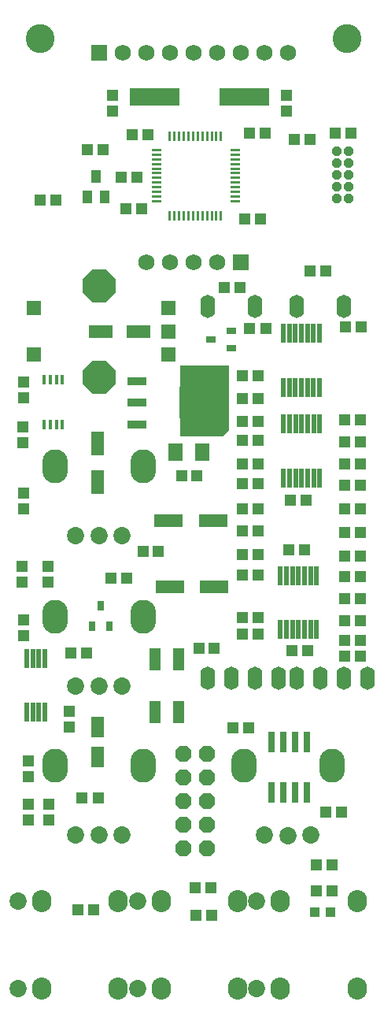
<source format=gts>
G04 DipTrace 3.2.0.1*
G04 ubraids_IIa.GTS*
%MOIN*%
G04 #@! TF.FileFunction,Soldermask,Top*
G04 #@! TF.Part,Single*
%AMOUTLINE0*
4,1,4,
0.051181,0.027559,
-0.051181,0.027559,
-0.051181,-0.027559,
0.051181,-0.027559,
0.051181,0.027559,
0*%
%AMOUTLINE1*
4,1,4,
-0.027559,0.051181,
-0.027559,-0.051181,
0.027559,-0.051181,
0.027559,0.051181,
-0.027559,0.051181,
0*%
%AMOUTLINE2*
4,1,4,
-0.027559,0.043307,
-0.027559,-0.043307,
0.027559,-0.043307,
0.027559,0.043307,
-0.027559,0.043307,
0*%
%AMOUTLINE3*
4,1,4,
-0.059055,-0.027559,
0.059055,-0.027559,
0.059055,0.027559,
-0.059055,0.027559,
-0.059055,-0.027559,
0*%
%AMOUTLINE4*
4,1,4,
-0.019685,0.01378,
-0.019685,-0.01378,
0.019685,-0.01378,
0.019685,0.01378,
-0.019685,0.01378,
0*%
%AMOUTLINE5*
4,1,4,
0.008071,0.020079,
-0.008071,0.020079,
-0.008071,-0.020079,
0.008071,-0.020079,
0.008071,0.020079,
0*%
%AMOUTLINE6*
4,1,4,
0.01378,0.019685,
-0.01378,0.019685,
-0.01378,-0.019685,
0.01378,-0.019685,
0.01378,0.019685,
0*%
%AMOUTLINE7*
4,1,8,
0.014159,0.034184,
0.034184,0.014159,
0.034184,-0.014159,
0.014159,-0.034184,
-0.014159,-0.034184,
-0.034184,-0.014159,
-0.034184,0.014159,
-0.014159,0.034184,
0.014159,0.034184,
0*%
%AMOUTLINE8*
4,1,8,
0.008419,0.020325,
0.020325,0.008419,
0.020325,-0.008419,
0.008419,-0.020325,
-0.008419,-0.020325,
-0.020325,-0.008419,
-0.020325,0.008419,
-0.008419,0.020325,
0.008419,0.020325,
0*%
%AMOUTLINE9*
4,1,4,
0.105,0.038,
-0.105,0.038,
-0.105,-0.038,
0.105,-0.038,
0.105,0.038,
0*%
%AMOUTLINE10*
4,1,4,
0.019685,0.027559,
-0.019685,0.027559,
-0.019685,-0.027559,
0.019685,-0.027559,
0.019685,0.027559,
0*%
%AMOUTLINE11*
4,1,4,
0.031496,0.035492,
-0.031496,0.035492,
-0.031496,-0.035492,
0.031496,-0.035492,
0.031496,0.035492,
0*%
%AMOUTLINE12*
4,1,8,
0.028747,-0.0694,
0.0694,-0.028747,
0.0694,0.028747,
0.028747,0.0694,
-0.028747,0.0694,
-0.0694,0.028747,
-0.0694,-0.028747,
-0.028747,-0.0694,
0.028747,-0.0694,
0*%
%AMOUTLINE13*
4,1,4,
-0.005,-0.019685,
0.005,-0.019685,
0.005,0.019685,
-0.005,0.019685,
-0.005,-0.019685,
0*%
%AMOUTLINE14*
4,1,4,
-0.019685,-0.005,
0.019685,-0.005,
0.019685,0.005,
-0.019685,0.005,
-0.019685,-0.005,
0*%
%ADD28R,0.068898X0.068898*%
%ADD29C,0.068898*%
%ADD30R,0.043307X0.03937*%
%ADD38R,0.084646X0.037402*%
%ADD45R,0.05937X0.05937*%
%ADD50C,0.122047*%
%ADD60O,0.063X0.098*%
%ADD62R,0.031622X0.08674*%
%ADD66O,0.108X0.143*%
%ADD68R,0.045402X0.04737*%
%ADD70C,0.073*%
%ADD72O,0.083X0.093*%
%ADD74R,0.092646X0.135953*%
%ADD78R,0.023748X0.078866*%
%ADD80R,0.04737X0.094614*%
%ADD82R,0.04737X0.051307*%
%ADD84R,0.051307X0.04737*%
%ADD96OUTLINE0*%
%ADD97OUTLINE1*%
%ADD98OUTLINE2*%
%ADD99OUTLINE3*%
%ADD100OUTLINE4*%
%ADD101OUTLINE5*%
%ADD102OUTLINE6*%
%ADD103OUTLINE7*%
%ADD104OUTLINE8*%
%ADD105OUTLINE9*%
%ADD106OUTLINE10*%
%ADD107OUTLINE11*%
%ADD108OUTLINE12*%
%ADD109OUTLINE13*%
%ADD110OUTLINE14*%
%FSLAX26Y26*%
G04*
G70*
G90*
G75*
G01*
G04 TopMask*
%LPD*%
D28*
X1387841Y3650249D3*
D29*
X1287841D3*
X1187841D3*
X1087841D3*
X987841D3*
D28*
X787841Y4536076D3*
D29*
X887841D3*
X987841D3*
X1087841D3*
X1187841D3*
X1287841D3*
X1387841D3*
X1487841D3*
X1587841D3*
D84*
X1748126Y1321215D3*
X1815055D3*
D82*
X466876Y2952465D3*
Y2885535D3*
D84*
X1354376Y1677465D3*
X1421305D3*
X994090Y4187751D3*
X927161D3*
X969090Y3875251D3*
X902161D3*
X1406591Y3831500D3*
X1473521D3*
D82*
X469090Y3075251D3*
Y3142180D3*
D84*
X1394069Y3168709D3*
X1460998D3*
D82*
X1581590Y4287751D3*
Y4354680D3*
X844090Y4287751D3*
Y4354680D3*
D84*
X1425341Y4194000D3*
X1492270D3*
X1494059Y3368688D3*
X1427129D3*
X1394408Y2894000D3*
X1461337D3*
X1894090Y2981500D3*
X1827161D3*
D96*
X956615Y3356189D3*
X795198D3*
D84*
X1394408Y2712751D3*
X1461337D3*
X1894090Y2706500D3*
X1827161D3*
X1666368Y2641009D3*
X1599439D3*
D97*
X781049Y2880959D3*
Y2719542D3*
D84*
X1593102Y2431500D3*
X1660031D3*
D82*
X462720Y2363602D3*
Y2296673D3*
D84*
X669091Y1994000D3*
X736021D3*
X1606153Y2006024D3*
X1673082D3*
D98*
X781098Y1680702D3*
Y1554718D3*
D99*
X1081590Y2556500D3*
X1270566D3*
D84*
X1831523Y3374937D3*
X1898452D3*
D82*
X662841Y1683320D3*
Y1750249D3*
X469094Y2068331D3*
Y2135260D3*
X490056Y1473035D3*
Y1539965D3*
D99*
X1087841Y2275251D3*
X1276817D3*
D84*
X806590Y4125251D3*
X739661D3*
D80*
X1125341Y1969000D3*
X1025341D3*
Y1744197D3*
X1125341D3*
D100*
X1347245Y3285134D3*
Y3359937D3*
X1260631Y3322535D3*
D78*
X1569091Y3119007D3*
X1594682D3*
X1620272D3*
X1645863D3*
X1671454D3*
X1697044D3*
X1722635Y3119014D3*
Y3347353D3*
X1697044D3*
X1671454D3*
X1645863D3*
X1620272D3*
X1594682D3*
X1569091D3*
D101*
X556591Y2962749D3*
X582182D3*
X607772D3*
X633363D3*
Y3151726D3*
X607772D3*
X582182D3*
X556591D3*
D38*
X948515Y3144787D3*
Y3054236D3*
Y2963685D3*
D74*
X1176862Y3054236D3*
D78*
X1570101Y2737175D3*
X1595691D3*
X1621282D3*
X1646872D3*
X1672463D3*
X1698053D3*
X1723644Y2737182D3*
Y2965521D3*
X1698053D3*
X1672463D3*
X1646872D3*
X1621282D3*
X1595691D3*
X1570101D3*
D102*
X757837Y2109037D3*
X832640D3*
X795238Y2195651D3*
D78*
X1556837Y2094780D3*
X1582427D3*
X1608018D3*
X1633608D3*
X1659199D3*
X1684790D3*
X1710380Y2094787D3*
Y2323126D3*
X1684790D3*
X1659199D3*
X1633608D3*
X1608018D3*
X1582427D3*
X1556837D3*
X481591Y1744000D3*
X507182D3*
X532772D3*
X558363D3*
Y1972346D3*
X532772D3*
X507182D3*
X481591D3*
D72*
X544052Y944000D3*
X869052D3*
D70*
X444052D3*
D72*
X1050841Y575251D3*
X1375841D3*
D70*
X950841D3*
D72*
X1557090Y944000D3*
X1882090D3*
D70*
X1457090D3*
D72*
X544590Y575251D3*
X869590D3*
D70*
X444590D3*
D72*
X1557090D3*
X1882090D3*
D70*
X1457090D3*
D72*
X1050841Y944000D3*
X1375841D3*
D70*
X950841D3*
D103*
X1244091Y1169000D3*
X1144091D3*
X1244091Y1269000D3*
X1144091D3*
X1244091Y1369000D3*
X1144091D3*
X1244091Y1469000D3*
X1144091D3*
X1244091Y1569000D3*
X1144091D3*
D104*
X1844091Y3919000D3*
X1794091D3*
X1844091Y3969000D3*
X1794091D3*
X1844091Y4019000D3*
X1794091D3*
X1844091Y4069000D3*
X1794091D3*
X1844091Y4119000D3*
X1794091D3*
D68*
X1275923Y2015592D3*
X1212931D3*
X974849Y2425251D3*
X1037841D3*
X1137841Y2744000D3*
X1200833D3*
D105*
X1025341Y4350249D3*
X1405341D3*
D106*
X738038Y3926135D3*
X775439Y4012749D3*
X812841Y3926135D3*
D84*
X1681539Y3612412D3*
X1748468D3*
D30*
X1769090Y900251D3*
X1702161D3*
D84*
X1775341Y987751D3*
X1708412D3*
X1319077Y3543669D3*
X1386006D3*
X1260889Y1003634D3*
X1193960D3*
X1265318Y884366D3*
X1198389D3*
D70*
X886301Y1855009D3*
X788301Y1854734D3*
X690301Y1855009D3*
D66*
X601301Y2150009D3*
X975301D3*
D70*
X886301Y1225283D3*
X788301Y1225008D3*
X690301Y1225283D3*
D66*
X601301Y1520283D3*
X975301D3*
D70*
X886301Y2490986D3*
X788301Y2490710D3*
X690301Y2490986D3*
D66*
X601301Y2785986D3*
X975301D3*
D84*
X1787841Y4194000D3*
X1854770D3*
X1394408Y3071353D3*
X1461337D3*
X765055Y908715D3*
X698126D3*
X1394408Y2975251D3*
X1461337D3*
X1894090Y2887751D3*
X1827161D3*
X881862Y4009613D3*
X948791D3*
X1461337Y2512751D3*
X1394408D3*
X537841Y3912751D3*
X604770D3*
X1461337Y2412751D3*
X1394408D3*
X1827161Y2406500D3*
X1894090D3*
X1827161Y2506500D3*
X1894090D3*
X1681539Y4168604D3*
X1614610D3*
X1394408Y2794000D3*
X1461337D3*
X1894090D3*
X1827161D3*
D70*
X1685841Y1224000D3*
X1587841Y1223724D3*
X1489841Y1224000D3*
D66*
X1400841Y1519000D3*
X1774841D3*
D84*
X1461337Y2604285D3*
X1394408D3*
X1894090Y2606500D3*
X1827161D3*
Y2131500D3*
X1894090D3*
X1462812Y2075073D3*
X1395883D3*
X1394408Y2325251D3*
X1461337D3*
X1894090Y2319000D3*
X1827161D3*
D82*
X469090Y2606500D3*
Y2673429D3*
X572321Y2295984D3*
Y2362913D3*
D84*
X1827161Y2225251D3*
X1894090D3*
X1775341Y1100251D3*
X1708412D3*
D107*
X1112845Y2844000D3*
X1224813D3*
D84*
X716876Y1383715D3*
X783805D3*
X905321Y2313886D3*
X838392D3*
X1395818Y2145193D3*
X1462748D3*
X1894090Y2050251D3*
X1827161D3*
X1827803Y1983591D3*
X1894732D3*
D82*
X575338Y1287751D3*
Y1354680D3*
X487841Y1287751D3*
Y1354680D3*
D45*
X1083116Y3454925D3*
Y3258075D3*
Y3356500D3*
X512250Y3454925D3*
Y3258075D3*
D108*
X787841Y3549413D3*
Y3163587D3*
D62*
X1519140Y1406451D3*
X1569140D3*
X1619140D3*
X1669140D3*
Y1619050D3*
X1619140D3*
X1569140D3*
X1519140D3*
D109*
X1306590Y4181500D3*
X1286905D3*
X1267220D3*
X1247535D3*
X1227850D3*
X1208165D3*
X1188480D3*
X1168795D3*
X1149110D3*
X1129425D3*
X1109740D3*
X1090055D3*
D110*
X1031000Y4122445D3*
Y4102760D3*
Y4083075D3*
Y4063390D3*
Y4043705D3*
Y4024020D3*
Y4004335D3*
Y3984650D3*
Y3964965D3*
Y3945280D3*
Y3925594D3*
Y3905909D3*
D109*
X1090055Y3846854D3*
X1109740D3*
X1129425D3*
X1149110D3*
X1168795D3*
X1188480D3*
X1208165D3*
X1227850D3*
X1247535D3*
X1267220D3*
X1286905D3*
X1306590D3*
D110*
X1365645Y3905909D3*
Y3925594D3*
Y3945280D3*
Y3964965D3*
Y3984650D3*
Y4004335D3*
Y4024020D3*
Y4043705D3*
Y4063390D3*
Y4083075D3*
Y4102760D3*
Y4122445D3*
D60*
X1825274Y1887593D3*
X1925274D3*
X1825274Y3462396D3*
X1725274Y1887593D3*
X1625274Y3462396D3*
Y1887593D3*
X1450313D3*
X1550313D3*
X1450313Y3462396D3*
X1350313Y1887593D3*
X1250313Y3462396D3*
Y1887593D3*
D50*
X537841Y4594000D3*
X1837841D3*
G36*
X1131597Y2912486D2*
Y3212454D1*
X1337825D1*
Y2937483D1*
X1312828Y2912486D1*
D1*
X1131597D1*
G37*
M02*

</source>
